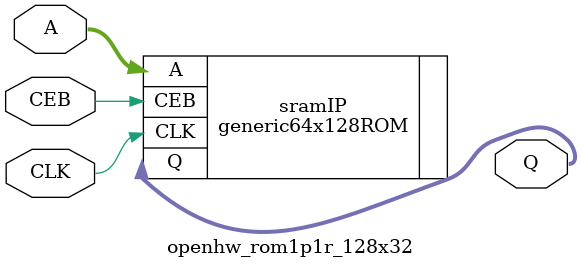
<source format=sv>

module openhw_rom1p1r_128x32 ( 
  input  logic          CLK, 
  input  logic           CEB, 
  input  logic [6:0]    A, 
  output logic [31:0]   Q
);

   // replace "generic128x32ROM" with "TS3N..128X32.." module from your memory vendor
   generic64x128ROM sramIP (.CLK, .CEB, .A, .Q);

endmodule 


</source>
